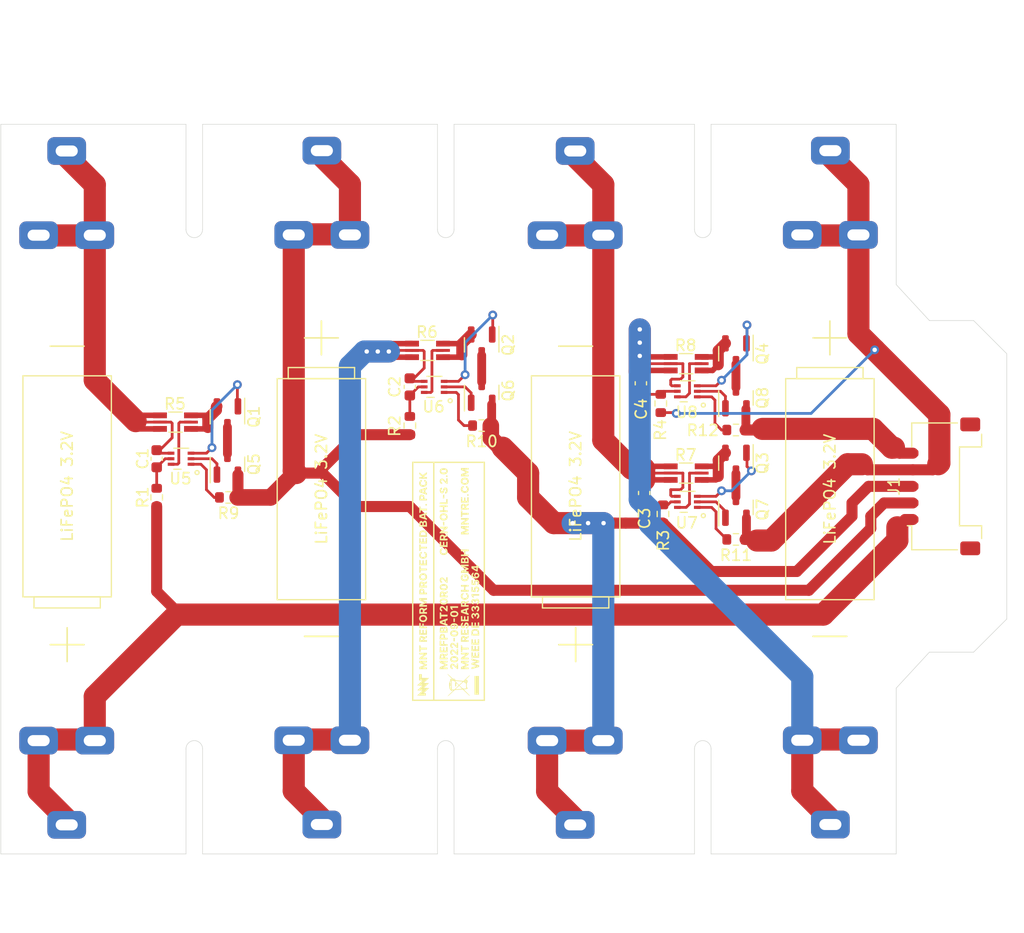
<source format=kicad_pcb>
(kicad_pcb (version 20211014) (generator pcbnew)
  (title_block (title "MNT Reform Protected Battery Pack") (date "2022-09-01") (rev "2R02") (company "MNT Research GmbH") (comment 1 "Engineer: Lukas F. Hartmann") (comment 2 "License: CERN OHL-S 2.0") (comment 3 "https://mntre.com"))
  (layers (0 "F.Cu" signal) (31 "B.Cu" signal) (34 "B.Paste" user) (35 "F.Paste" user) (36 "B.SilkS" user "B.Silkscreen") (37 "F.SilkS" user "F.Silkscreen") (38 "B.Mask" user) (39 "F.Mask" user) (44 "Edge.Cuts" user))
  (net 0 "")
  (net 1 "Net-(C1-Pad1)")
  (net 2 "Net-(C1-Pad2)")
  (net 3 "Net-(C2-Pad1)")
  (net 4 "Net-(C2-Pad2)")
  (net 5 "Net-(C3-Pad1)")
  (net 6 "Net-(C3-Pad2)")
  (net 7 "Net-(C4-Pad1)")
  (net 8 "Net-(C4-Pad2)")
  (net 9 "/V5")
  (net 10 "/V4")
  (net 11 "/V3")
  (net 12 "/V2")
  (net 13 "/V1")
  (net 14 "Net-(Q1-Pad1)")
  (net 15 "Net-(Q1-Pad2)")
  (net 16 "Net-(Q1-Pad3)")
  (net 17 "Net-(Q2-Pad1)")
  (net 18 "Net-(Q2-Pad2)")
  (net 19 "Net-(Q2-Pad3)")
  (net 20 "Net-(Q3-Pad1)")
  (net 21 "Net-(Q3-Pad2)")
  (net 22 "Net-(Q3-Pad3)")
  (net 23 "Net-(Q4-Pad1)")
  (net 24 "Net-(Q4-Pad2)")
  (net 25 "Net-(Q4-Pad3)")
  (net 26 "Net-(Q5-Pad1)")
  (net 27 "Net-(Q6-Pad1)")
  (net 28 "Net-(Q7-Pad1)")
  (net 29 "Net-(Q8-Pad1)")
  (net 30 "Net-(R9-Pad2)")
  (net 31 "Net-(R10-Pad2)")
  (net 32 "Net-(R11-Pad2)")
  (net 33 "Net-(R12-Pad2)")
  (net 34 "Net-(U5-Pad6)")
  (net 35 "Net-(R6-Pad3)")
  (net 36 "Net-(R7-Pad3)")
  (net 37 "Net-(R8-Pad3)")
  (footprint "MountingHole:MountingHole_2.2mm_M2" (layer "F.Cu") (at 120.5 76.25)
    (fp_text reference "H6" hide)
    (fp_text value "MountingHole")
  )
  (footprint "MountingHole:MountingHole_2.2mm_M2" (layer "F.Cu") (at 120.5 111.25)
    (fp_text reference "H8" hide)
    (fp_text value "MountingHole")
  )
  (footprint "footprints:mref-protected-batterypack-badge" (layer "F.Cu") (at 97.5 102.1 90)
    (fp_text reference "H1" hide)
    (fp_text value "Badge" hide)
  )
  (footprint "Capacitor_SMD:C_0603_1608Metric" (layer "F.Cu") (at 71.1 91 -90)
    (fp_text reference "C1")
    (fp_text value "0.1uF")
  )
  (footprint "Package_TO_SOT_SMD:SOT-23" (layer "F.Cu") (at 123.5 95.4 90)
    (fp_text reference "Q7")
    (fp_text value "PMV50ENEAR")
  )
  (footprint "Package_TO_SOT_SMD:SOT-23" (layer "F.Cu") (at 100.5 85 90)
    (fp_text reference "Q6")
    (fp_text value "PMV50ENEAR")
  )
  (footprint "footprints:DFN-R5617_P0.5mm" (layer "F.Cu") (at 119.1 94.9 180)
    (fp_text reference "U7")
    (fp_text value "R5617x")
  )
  (footprint "footprints:DFN-R5617_P0.5mm" (layer "F.Cu") (at 119.1 84.9 180)
    (fp_text reference "U8")
    (fp_text value "R5617x")
  )
  (footprint "Package_TO_SOT_SMD:SOT-23" (layer "F.Cu") (at 123.5 81.5 -90)
    (fp_text reference "Q4")
    (fp_text value "PMV50ENEAR")
  )
  (footprint "Package_TO_SOT_SMD:SOT-23" (layer "F.Cu") (at 77.5 87.2 -90)
    (fp_text reference "Q1")
    (fp_text value "PMV50ENEAR")
  )
  (footprint "Resistor_SMD:R_0603_1608Metric" (layer "F.Cu") (at 94 88 -90)
    (fp_text reference "R2")
    (fp_text value "330")
  )
  (footprint "Package_TO_SOT_SMD:SOT-23" (layer "F.Cu") (at 100.5 80.7 -90)
    (fp_text reference "Q2")
    (fp_text value "PMV50ENEAR")
  )
  (footprint "footprints:DFN-R5617_P0.5mm" (layer "F.Cu") (at 96.2 84.5 180)
    (fp_text reference "U6")
    (fp_text value "R5617x")
  )
  (footprint "footprints:DFN-R5617_P0.5mm" (layer "F.Cu") (at 73.3 91 180)
    (fp_text reference "U5")
    (fp_text value "R5617x")
  )
  (footprint "Resistor_SMD:R_0603_1608Metric" (layer "F.Cu") (at 123.5 98.3 180)
    (fp_text reference "R11")
    (fp_text value "1k")
  )
  (footprint "Resistor_SMD:R_0603_1608Metric" (layer "F.Cu") (at 77.6 94.5 180)
    (fp_text reference "R9")
    (fp_text value "1k")
  )
  (footprint "footprints:Keystone54" (layer "F.Cu") (at 129.5 71.25)
    (fp_text reference "U4" hide)
    (fp_text value "KEYSTONE_54" hide)
  )
  (footprint "Capacitor_SMD:C_0603_1608Metric" (layer "F.Cu") (at 115.2 94.1 -90)
    (fp_text reference "C3")
    (fp_text value "0.1uF")
  )
  (footprint "Package_TO_SOT_SMD:SOT-23" (layer "F.Cu") (at 123.5 85.5 90)
    (fp_text reference "Q8")
    (fp_text value "PMV50ENEAR")
  )
  (footprint "footprints:Keystone54" (layer "F.Cu") (at 83.5 71.25)
    (fp_text reference "U2" hide)
    (fp_text value "KEYSTONE_54" hide)
  )
  (footprint "footprints:R_1206_3216Metric_Kelvin" (layer "F.Cu") (at 72.8 87.6875)
    (fp_text reference "R5" hide)
    (fp_text value "1.25m" hide)
  )
  (footprint "footprints:R_1206_3216Metric_Kelvin" (layer "F.Cu") (at 95.6 81.2)
    (fp_text reference "R6" hide)
    (fp_text value "1.25m" hide)
  )
  (footprint "Package_TO_SOT_SMD:SOT-23" (layer "F.Cu") (at 77.5 91.5 90)
    (fp_text reference "Q5")
    (fp_text value "PMV50ENEAR")
  )
  (footprint "footprints:Keystone54" (layer "F.Cu") (at 65.5 116 180)
    (fp_text reference "U1" hide)
    (fp_text value "KEYSTONE_54" hide)
  )
  (footprint "Resistor_SMD:R_0603_1608Metric" (layer "F.Cu") (at 71.1 94.5 -90)
    (fp_text reference "R1")
    (fp_text value "330")
  )
  (footprint "footprints:Keystone54" (layer "F.Cu") (at 111.5 116 180)
    (fp_text reference "U3" hide)
    (fp_text value "KEYSTONE_54" hide)
  )
  (footprint "MountingHole:MountingHole_2.2mm_M2" (layer "F.Cu") (at 74.5 111.25)
    (fp_text reference "H7" hide)
    (fp_text value "MountingHole")
  )
  (footprint "Resistor_SMD:R_0603_1608Metric" (layer "F.Cu") (at 100.5 88 180)
    (fp_text reference "R10")
    (fp_text value "1k")
  )
  (footprint "Connector_Molex:Molex_Pico-Lock_504050-0591_1x05-1MP_P1.50mm_Horizontal" (layer "F.Cu") (at 142.3 93.5 90)
    (fp_text reference "J1")
    (fp_text value "Conn_01x05_Female")
  )
  (footprint "Resistor_SMD:R_0603_1608Metric" (layer "F.Cu") (at 123.5 88.4 180)
    (fp_text reference "R12")
    (fp_text value "1k")
  )
  (footprint "Resistor_SMD:R_0603_1608Metric" (layer "F.Cu") (at 116.7 86 -90)
    (fp_text reference "R4")
    (fp_text value "330")
  )
  (footprint "Resistor_SMD:R_0603_1608Metric" (layer "F.Cu") (at 116.9 96 -90)
    (fp_text reference "R3")
    (fp_text value "330")
  )
  (footprint "Capacitor_SMD:C_0603_1608Metric" (layer "F.Cu") (at 114.9 84.175 -90)
    (fp_text reference "C4")
    (fp_text value "0.1uF")
  )
  (footprint "footprints:R_1206_3216Metric_Kelvin" (layer "F.Cu") (at 119 82.4)
    (fp_text reference "R8" hide)
    (fp_text value "1.25m" hide)
  )
  (footprint "MountingHole:MountingHole_2.2mm_M2" (layer "F.Cu") (at 74.5 76.25)
    (fp_text reference "H5" hide)
    (fp_text value "MountingHole")
  )
  (footprint "footprints:R_1206_3216Metric_Kelvin" (layer "F.Cu") (at 119 92.3)
    (fp_text reference "R7" hide)
    (fp_text value "1.25m" hide)
  )
  (footprint "Capacitor_SMD:C_0603_1608Metric" (layer "F.Cu") (at 94 84.5 -90)
    (fp_text reference "C2")
    (fp_text value "0.1uF")
  )
  (footprint "Package_TO_SOT_SMD:SOT-23" (layer "F.Cu") (at 123.5 91.4 -90)
    (fp_text reference "Q3")
    (fp_text value "PMV50ENEAR")
  )
  (gr_line (start 138 126.75) (end 138 111.75) (layer "Edge.Cuts") (width 0.05))
  (gr_line (start 98 60.75) (end 119.75 60.75) (layer "Edge.Cuts") (width 0.05))
  (gr_line (start 96.5 60.75) (end 96.5 70.25) (layer "Edge.Cuts") (width 0.05))
  (gr_line (start 98 70.25) (end 98 60.75) (layer "Edge.Cuts") (width 0.05))
  (gr_line (start 119.75 60.75) (end 119.75 70.25) (layer "Edge.Cuts") (width 0.05))
  (gr_line (start 75.25 70.25) (end 75.25 60.75) (layer "Edge.Cuts") (width 0.05))
  (gr_line (start 73.75 126.75) (end 57 126.75) (layer "Edge.Cuts") (width 0.05))
  (gr_line (start 73.75 117.25) (end 73.75 126.75) (layer "Edge.Cuts") (width 0.05))
  (gr_line (start 145 78.5) (end 148 81.5) (layer "Edge.Cuts") (width 0.05))
  (gr_line (start 75.25 126.75) (end 75.25 117.25) (layer "Edge.Cuts") (width 0.05))
  (gr_line (start 57 60.75) (end 73.75 60.75) (layer "Edge.Cuts") (width 0.05))
  (gr_line (start 119.75 126.75) (end 98 126.75) (layer "Edge.Cuts") (width 0.05))
  (gr_line (start 75.25 60.75) (end 96.5 60.75) (layer "Edge.Cuts") (width 0.05))
  (gr_line (start 138 75.25) (end 141 78.5) (layer "Edge.Cuts") (width 0.05))
  (gr_line (start 138 75.25) (end 138 60.75) (layer "Edge.Cuts") (width 0.05))
  (gr_line (start 138 126.75) (end 121.25 126.75) (layer "Edge.Cuts") (width 0.05))
  (gr_arc (start 119.75 117.25) (mid 120.5 116.5) (end 121.25 117.25) (layer "Edge.Cuts") (width 0.05))
  (gr_line (start 98 126.75) (end 98 117.25) (layer "Edge.Cuts") (width 0.05))
  (gr_line (start 121.25 126.75) (end 121.25 117.25) (layer "Edge.Cuts") (width 0.05))
  (gr_line (start 121.25 70.25) (end 121.25 60.75) (layer "Edge.Cuts") (width 0.05))
  (gr_line (start 96.5 117.25) (end 96.5 126.75) (layer "Edge.Cuts") (width 0.05))
  (gr_line (start 119.75 117.25) (end 119.75 126.75) (layer "Edge.Cuts") (width 0.05))
  (gr_line (start 141 78.5) (end 145 78.5) (layer "Edge.Cuts") (width 0.05))
  (gr_arc (start 73.75 117.25) (mid 74.5 116.5) (end 75.25 117.25) (layer "Edge.Cuts") (width 0.05))
  (gr_arc (start 121.25 70.25) (mid 120.5 71) (end 119.75 70.25) (layer "Edge.Cuts") (width 0.05))
  (gr_arc (start 98 70.25) (mid 97.25 71) (end 96.5 70.25) (layer "Edge.Cuts") (width 0.05))
  (gr_line (start 57 126.75) (end 57 60.75) (layer "Edge.Cuts") (width 0.05))
  (gr_line (start 73.75 60.75) (end 73.75 70.25) (layer "Edge.Cuts") (width 0.05))
  (gr_line (start 148 105.5) (end 145 108.5) (layer "Edge.Cuts") (width 0.05))
  (gr_line (start 148 81.5) (end 148 105.5) (layer "Edge.Cuts") (width 0.05))
  (gr_line (start 96.5 126.75) (end 75.25 126.75) (layer "Edge.Cuts") (width 0.05))
  (gr_line (start 145 108.5) (end 141 108.5) (layer "Edge.Cuts") (width 0.05))
  (gr_arc (start 75.25 70.25) (mid 74.5 71) (end 73.75 70.25) (layer "Edge.Cuts") (width 0.05))
  (gr_arc (start 96.5 117.25) (mid 97.25 116.5) (end 98 117.25) (layer "Edge.Cuts") (width 0.05))
  (gr_line (start 141 108.5) (end 138 111.75) (layer "Edge.Cuts") (width 0.05))
  (gr_line (start 121.25 60.75) (end 138 60.75) (layer "Edge.Cuts") (width 0.05))
  (segment (start 71.4 88.3) (end 69.0125 88.3) (width 0.5) (layer "F.Cu") (net 1))
  (segment (start 72.3875 87.6875) (end 71.4 87.6875) (width 0.25) (layer "F.Cu") (net 1))
  (segment (start 69.0125 88.3) (end 68.3 87.5875) (width 0.5) (layer "F.Cu") (net 1))
  (segment (start 65.5 66.2) (end 65.5 70.8) (width 2) (layer "F.Cu") (net 1))
  (segment (start 68.8125 87.075) (end 68.3 87.5875) (width 0.5) (layer "F.Cu") (net 1))
  (segment (start 69.2875 87.6875) (end 69.2 87.6) (width 0.25) (layer "F.Cu") (net 1))
  (segment (start 72.5 89.1) (end 72.5 87.8) (width 0.25) (layer "F.Cu") (net 1))
  (segment (start 71.4 87.075) (end 68.8125 87.075) (width 0.5) (layer "F.Cu") (net 1))
  (segment (start 71.1 90.225) (end 71.375 90.225) (width 0.25) (layer "F.Cu") (net 1))
  (segment (start 65.5 83.9) (end 69.2 87.6) (width 2) (layer "F.Cu") (net 1))
  (segment (start 71.4 87.6875) (end 69.2875 87.6875) (width 0.25) (layer "F.Cu") (net 1))
  (segment (start 71.375 90.225) (end 72.5 89.1) (width 0.25) (layer "F.Cu") (net 1))
  (segment (start 72.5 87.8) (end 72.3875 87.6875) (width 0.25) (layer "F.Cu") (net 1))
  (segment (start 62.96 63.66) (end 65.5 66.2) (width 2) (layer "F.Cu") (net 1))
  (segment (start 72.4 90.5) (end 71.375 90.5) (width 0.25) (layer "F.Cu") (net 1))
  (segment (start 71.2 90.125) (end 71.1 90.225) (width 0.5) (layer "F.Cu") (net 1))
  (segment (start 65.5 70.78) (end 65.5 83.9) (width 2) (layer "F.Cu") (net 1))
  (segment (start 65.5 70.8) (end 60.9 70.8) (width 2) (layer "F.Cu") (net 1))
  (segment (start 71.375 90.5) (end 71.1 90.225) (width 0.25) (layer "F.Cu") (net 1))
  (segment (start 71.875 91) (end 71.1 91.775) (width 0.25) (layer "F.Cu") (net 2))
  (segment (start 71.1 93.675) (end 71.1 91.775) (width 0.25) (layer "F.Cu") (net 2))
  (segment (start 72.4 91) (end 71.875 91) (width 0.25) (layer "F.Cu") (net 2))
  (segment (start 92.6125 81.8125) (end 92.1 81.3) (width 0.5) (layer "F.Cu") (net 3))
  (segment (start 95.2 81.2) (end 94.2 81.2) (width 0.25) (layer "F.Cu") (net 3))
  (segment (start 94.2 80.5875) (end 92.1125 80.5875) (width 0.5) (layer "F.Cu") (net 3))
  (segment (start 83.5 121.05) (end 83.5 116.4) (width 2) (layer "F.Cu") (net 3))
  (segment (start 94.375 83.725) (end 95.3 82.8) (width 0.25) (layer "F.Cu") (net 3))
  (segment (start 92.1 80.6) (end 92.1 81.3) (width 0.5) (layer "F.Cu") (net 3))
  (segment (start 94.2 81.8125) (end 92.6125 81.8125) (width 0.5) (layer "F.Cu") (net 3))
  (segment (start 90.1 81.3) (end 92.1 81.3) (width 2) (layer "F.Cu") (net 3))
  (segment (start 95.3 81.3) (end 95.2 81.2) (width 0.25) (layer "F.Cu") (net 3))
  (segment (start 95.3 82.8) (end 95.3 81.3) (width 0.25) (layer "F.Cu") (net 3))
  (segment (start 94.275 84) (end 94 83.725) (width 0.25) (layer "F.Cu") (net 3))
  (segment (start 94 83.725) (end 94.375 83.725) (width 0.25) (layer "F.Cu") (net 3))
  (segment (start 86.04 123.59) (end 83.5 121.05) (width 2) (layer "F.Cu") (net 3))
  (segment (start 83.5 116.4) (end 88.15 116.4) (width 2) (layer "F.Cu") (net 3))
  (segment (start 92.2 81.2) (end 92.1 81.3) (width 0.25) (layer "F.Cu") (net 3))
  (segment (start 95.3 84) (end 94.275 84) (width 0.25) (layer "F.Cu") (net 3))
  (segment (start 92.1125 80.5875) (end 92.1 80.6) (width 0.5) (layer "F.Cu") (net 3))
  (segment (start 94.2 81.2) (end 92.2 81.2) (width 0.25) (layer "F.Cu") (net 3))
  (via (at 91.1 81.3) (size 0.8) (drill 0.4) (layers "F.Cu" "B.Cu") (net 3))
  (via (at 90.1 81.3) (size 0.8) (drill 0.4) (layers "F.Cu" "B.Cu") (net 3))
  (via (at 92.1 81.3) (size 0.8) (drill 0.4) (layers "F.Cu" "B.Cu") (net 3))
  (segment (start 88.58 82.62) (end 89.9 81.3) (width 2) (layer "B.Cu") (net 3))
  (segment (start 89.9 81.3) (end 92.1 81.3) (width 2) (layer "B.Cu") (net 3))
  (segment (start 88.58 116.47) (end 88.58 82.62) (width 2) (layer "B.Cu") (net 3))
  (segment (start 94.775 84.5) (end 94 85.275) (width 0.25) (layer "F.Cu") (net 4))
  (segment (start 95.3 84.5) (end 94.775 84.5) (width 0.25) (layer "F.Cu") (net 4))
  (segment (start 94 85.275) (end 94 87.175) (width 0.25) (layer "F.Cu") (net 4))
  (segment (start 117.6 94.3) (end 117.6 93.8) (width 0.25) (layer "F.Cu") (net 5))
  (segment (start 115.2 91.9) (end 115.2 92.92548) (width 2) (layer "F.Cu") (net 5))
  (segment (start 118.2 94.4) (end 117.7 94.4) (width 0.25) (layer "F.Cu") (net 5))
  (segment (start 111.5 70.78) (end 111.5 89.325) (width 2) (layer "F.Cu") (net 5))
  (segment (start 111.5 70.8) (end 111.5 66.2) (width 2) (layer "F.Cu") (net 5))
  (segment (start 118.5 93.8) (end 118.7 93.6) (width 0.25) (layer "F.Cu") (net 5))
  (segment (start 115.21298 92.9125) (end 115.2 92.92548) (width 0.5) (layer "F.Cu") (net 5))
  (segment (start 118.7 92.3) (end 117.6 92.3) (width 0.25) (layer "F.Cu") (net 5))
  (segment (start 117.6 93.8) (end 118.5 93.8) (width 0.25) (layer "F.Cu") (net 5))
  (segment (start 106.9 70.8) (end 111.5 70.8) (width 2) (layer "F.Cu") (net 5))
  (segment (start 111.5 89.325) (end 114.075 91.9) (width 2) (layer "F.Cu") (net 5))
  (segment (start 117.6 91.6875) (end 115.4125 91.6875) (width 0.5) (layer "F.Cu") (net 5))
  (segment (start 115.6 92.3) (end 115.2 91.9) (width 0.25) (layer "F.Cu") (net 5))
  (segment (start 118.7 93.6) (end 118.7 92.3) (width 0.25) (layer "F.Cu") (net 5))
  (segment (start 117.7 94.4) (end 117.6 94.3) (width 0.25) (layer "F.Cu") (net 5))
  (segment (start 111.5 66.2) (end 108.96 63.66) (width 2) (layer "F.Cu") (net 5))
  (segment (start 117.6 92.9125) (end 115.21298 92.9125) (width 0.5) (layer "F.Cu") (net 5))
  (segment (start 117.6 92.3) (end 115.6 92.3) (width 0.25) (layer "F.Cu") (net 5))
  (segment (start 114.075 91.9) (end 115.2 91.9) (width 2) (layer "F.Cu") (net 5))
  (segment (start 115.4125 91.6875) (end 115.2 91.9) (width 0.5) (layer "F.Cu") (net 5))
  (segment (start 117.610978 94.9) (end 117.335978 95.175) (width 0.25) (layer "F.Cu") (net 6))
  (segment (start 117.335978 95.175) (end 116.9 95.175) (width 0.25) (layer "F.Cu") (net 6))
  (segment (start 115.5 95.175) (end 115.2 94.875) (width 0.25) (layer "F.Cu") (net 6))
  (segment (start 116.9 95.175) (end 115.5 95.175) (width 0.25) (layer "F.Cu") (net 6))
  (segment (start 118.2 94.9) (end 117.610978 94.9) (width 0.25) (layer "F.Cu") (net 6))
  (segment (start 114.8 81.7) (end 114.8 83.1) (width 2) (layer "F.Cu") (net 7))
  (segment (start 114.8 83.4) (end 115.1875 83.0125) (width 0.5) (layer "F.Cu") (net 7))
  (segment (start 117.7 83.8) (end 118.5 83.8) (width 0.25) (layer "F.Cu") (net 7))
  (segment (start 118.5 83.8) (end 118.7 83.6) (width 0.25) (layer "F.Cu") (net 7))
  (segment (start 117.6 82.4) (end 115.7 82.4) (width 0.25) (layer "F.Cu") (net 7))
  (segment (start 117.7 84.4) (end 117.6 84.3) (width 0.25) (layer "F.Cu") (net 7))
  (segment (start 115.1875 83.0125) (end 117.6 83.0125) (width 0.5) (layer "F.Cu") (net 7))
  (segment (start 129.5 121.05) (end 129.5 116.4) (width 2) (layer "F.Cu") (net 7))
  (segment (start 114.8 83.1) (end 114.80048 83.10048) (width 2) (layer "F.Cu") (net 7))
  (segment (start 115.7 82.4) (end 114.8 81.5) (width 0.25) (layer "F.Cu") (net 7))
  (segment (start 132.04 123.59) (end 129.5 121.05) (width 2) (layer "F.Cu") (net 7))
  (segment (start 117.6 81.7875) (end 115.0875 81.7875) (width 0.5) (layer "F.Cu") (net 7))
  (segment (start 118.7 83.6) (end 118.7 82.4) (width 0.25) (layer "F.Cu") (net 7))
  (segment (start 117.6 83.9) (end 117.7 83.8) (width 0.25) (layer "F.Cu") (net 7))
  (segment (start 118.2 84.4) (end 117.7 84.4) (width 0.25) (layer "F.Cu") (net 7))
  (segment (start 129.5 116.4) (end 134.15 116.4) (width 2) (layer "F.Cu") (net 7))
  (segment (start 117.6 84.3) (end 117.6 83.9) (width 0.25) (layer "F.Cu") (net 7))
  (segment (start 118.7 82.4) (end 117.6 82.4) (width 0.25) (layer "F.Cu") (net 7))
  (segment (start 115.0875 81.7875) (end 114.8 81.5) (width 0.5) (layer "F.Cu") (net 7))
  (segment (start 114.8 79.3) (end 114.8 81.5) (width 2) (layer "F.Cu") (net 7))
  (via (at 114.8 81.7) (size 0.8) (drill 0.4) (layers "F.Cu" "B.Cu") (net 7))
  (via (at 114.8 80.5) (size 0.8) (drill 0.4) (layers "F.Cu" "B.Cu") (net 7))
  (via (at 114.8 79.3) (size 0.8) (drill 0.4) (layers "F.Cu" "B.Cu") (net 7))
  (segment (start 129.5 110.7) (end 129.5 116.47) (width 2) (layer "B.Cu") (net 7))
  (segment (start 115.7 96.9) (end 129.5 110.7) (width 2) (layer "B.Cu") (net 7))
  (segment (start 114.8 79.3) (end 114.8 94.7) (width 2) (layer "B.Cu") (net 7))
  (segment (start 114.8 94.7) (end 115.7 95.6) (width 2) (layer "B.Cu") (net 7))
  (segment (start 115.7 95.6) (end 115.7 96.9) (width 2) (layer "B.Cu") (net 7))
  (segment (start 116.7 85.175) (end 115.325 85.175) (width 0.25) (layer "F.Cu") (net 8))
  (segment (start 115.325 85.175) (end 114.9 84.75) (width 0.25) (layer "F.Cu") (net 8))
  (segment (start 116.975 84.9) (end 116.7 85.175) (width 0.25) (layer "F.Cu") (net 8))
  (segment (start 118.2 84.9) (end 116.975 84.9) (width 0.25) (layer "F.Cu") (net 8))
  (segment (start 60.42 116.5) (end 60.52 116.4) (width 2) (layer "F.Cu") (net 9))
  (segment (start 131.4 105.1) (end 72.9 105.1) (width 2) (layer "F.Cu") (net 9))
  (segment (start 73.1 105) (end 71.1 103) (width 1) (layer "F.Cu") (net 9))
  (segment (start 71.1 103) (end 71.1 95.325) (width 1) (layer "F.Cu") (net 9))
  (segment (start 138.1 97.2) (end 138.8 96.5) (width 1) (layer "F.Cu") (net 9))
  (segment (start 72.9 105.1) (end 65.5 112.5) (width 2) (layer "F.Cu") (net 9))
  (segment (start 138.1 98.4) (end 131.4 105.1) (width 2) (layer "F.Cu") (net 9))
  (segment (start 65.5 112.5) (end 65.5 116.5) (width 2) (layer "F.Cu") (net 9))
  (segment (start 60.52 116.4) (end 65.1 116.4) (width 2) (layer "F.Cu") (net 9))
  (segment (start 62.96 123.62) (end 60.42 121.08) (width 2) (layer "F.Cu") (net 9))
  (segment (start 138.1 97.2) (end 138.1 98.4) (width 2) (layer "F.Cu") (net 9))
  (segment (start 138.8 96.5) (end 139.505 96.5) (width 1) (layer "F.Cu") (net 9))
  (segment (start 60.42 121.08) (end 60.42 116.5) (width 2) (layer "F.Cu") (net 9))
  (segment (start 135.7 96.2) (end 135.7 97.3) (width 1) (layer "F.Cu") (net 10))
  (segment (start 83.5 92.1) (end 83.5 70.75) (width 2) (layer "F.Cu") (net 10))
  (segment (start 86.1 92.3) (end 89.125 95.325) (width 1) (layer "F.Cu") (net 10))
  (segment (start 139.505 95) (end 136.9 95) (width 1) (layer "F.Cu") (net 10))
  (segment (start 89.125 95.325) (end 94 95.325) (width 1) (layer "F.Cu") (net 10))
  (segment (start 130.1 102.9) (end 101.575 102.9) (width 1) (layer "F.Cu") (net 10))
  (segment (start 89.125 88.825) (end 94 88.825) (width 1) (layer "F.Cu") (net 10))
  (segment (start 86.1 92.3) (end 86.1 91.85) (width 1) (layer "F.Cu") (net 10))
  (segment (start 88.58 70.7) (end 84.05 70.7) (width 2) (layer "F.Cu") (net 10))
  (segment (start 86.1 91.85) (end 89.125 88.825) (width 1) (layer "F.Cu") (net 10))
  (segment (start 88.58 66.17) (end 88.58 70.7) (width 2) (layer "F.Cu") (net 10))
  (segment (start 83.5 92.4) (end 81.4 94.5) (width 1.5) (layer "F.Cu") (net 10))
  (segment (start 84.05 70.7) (end 83.5 71.25) (width 2) (layer "F.Cu") (net 10))
  (segment (start 136.9 95) (end 135.7 96.2) (width 1) (layer "F.Cu") (net 10))
  (segment (start 81.4 94.5) (end 78.425 94.5) (width 1.5) (layer "F.Cu") (net 10))
  (segment (start 135.7 97.3) (end 130.1 102.9) (width 1) (layer "F.Cu") (net 10))
  (segment (start 86.04 63.63) (end 88.58 66.17) (width 2) (layer "F.Cu") (net 10))
  (segment (start 78.45 92.4375) (end 78.45 94.475) (width 1) (layer "F.Cu") (net 10))
  (segment (start 101.575 102.9) (end 94 95.325) (width 1) (layer "F.Cu") (net 10))
  (segment (start 83.7 92.3) (end 83.5 92.1) (width 2) (layer "F.Cu") (net 10))
  (segment (start 83.7 92.3) (end 86.1 92.3) (width 1) (layer "F.Cu") (net 10))
  (segment (start 104.7 94.5) (end 104.7 92.3) (width 2) (layer "F.Cu") (net 11))
  (segment (start 111.525 96.825) (end 107.025 96.825) (width 2) (layer "F.Cu") (net 11))
  (segment (start 107.025 96.825) (end 104.7 94.5) (width 2) (layer "F.Cu") (net 11))
  (segment (start 101.5 87.825) (end 101.4 87.725) (width 0.8) (layer "F.Cu") (net 11))
  (segment (start 101.325 88) (end 101.5 87.825) (width 0.5) (layer "F.Cu") (net 11))
  (segment (start 113.525 96.825) (end 112.525 96.825) (width 1) (layer "F.Cu") (net 11))
  (segment (start 139.505 93.5) (end 135.5 93.5) (width 1) (layer "F.Cu") (net 11))
  (segment (start 134 96.2) (end 129 101.2) (width 1) (layer "F.Cu") (net 11))
  (segment (start 108.96 123.62) (end 106.42 121.08) (width 2) (layer "F.Cu") (net 11))
  (segment (start 116.9 96.825) (end 113.525 96.825) (width 1) (layer "F.Cu") (net 11))
  (segment (start 102.4 89.9) (end 102.1 89.9) (width 1.5) (layer "F.Cu") (net 11))
  (segment (start 129 101.2) (end 121.275 101.2) (width 1) (layer "F.Cu") (net 11))
  (segment (start 101.4 87.725) (end 101.4 86.0875) (width 0.8) (layer "F.Cu") (net 11))
  (segment (start 102.1 89.9) (end 101.325 89.125) (width 1.5) (layer "F.Cu") (net 11))
  (segment (start 101.325 89.125) (end 101.325 88) (width 1.5) (layer "F.Cu") (net 11))
  (segment (start 104.7 92.3) (end 102.4 90) (width 2) (layer "F.Cu") (net 11))
  (segment (start 112.525 96.825) (end 111.525 96.825) (width 1) (layer "F.Cu") (net 11))
  (segment (start 134 95) (end 134 96.2) (width 1) (layer "F.Cu") (net 11))
  (segment (start 121.275 101.2) (end 116.9 96.825) (width 1) (layer "F.Cu") (net 11))
  (segment (start 106.42 121.08) (end 106.42 116.5) (width 2) (layer "F.Cu") (net 11))
  (segment (start 106.42 116.5) (end 111 116.5) (width 2) (layer "F.Cu") (net 11))
  (segment (start 135.5 93.5) (end 134 95) (width 1) (layer "F.Cu") (net 11))
  (via (at 108.725 96.825) (size 0.8) (drill 0.4) (layers "F.Cu" "B.Cu") (net 11))
  (via (at 110.125 96.825) (size 0.8) (drill 0.4) (layers "F.Cu" "B.Cu") (net 11))
  (via (at 111.525 96.825) (size 0.8) (drill 0.4) (layers "F.Cu" "B.Cu") (net 11))
  (segment (start 111.5 116.5) (end 111.5 96.85) (width 2) (layer "B.Cu") (net 11))
  (segment (start 111.525 96.825) (end 108.725 96.825) (width 2) (layer "B.Cu") (net 11))
  (segment (start 111.5 96.85) (end 111.525 96.825) (width 1) (layer "B.Cu") (net 11))
  (segment (start 125.3 98.3) (end 124.325 98.3) (width 1) (layer "F.Cu") (net 12))
  (segment (start 141.9 91.4) (end 141.9 87) (width 2) (layer "F.Cu") (net 12))
  (segment (start 124.45 96.3375) (end 124.45 98.175) (width 0.8) (layer "F.Cu") (net 12))
  (segment (start 134.58 79.68) (end 136.05 81.15) (width 2) (layer "F.Cu") (net 12))
  (segment (start 118.025 86.825) (end 118.1 86.9) (width 0.25) (layer "F.Cu") (net 12))
  (segment (start 135.4 92) (end 139.505 92) (width 1) (layer "F.Cu") (net 12))
  (segment (start 134.9 91.5) (end 133.6 91.5) (width 2) (layer "F.Cu") (net 12))
  (segment (start 129.95 70.8) (end 134.58 70.8) (width 2) (layer "F.Cu") (net 12))
  (segment (start 141.8 91.5) (end 141.9 91.4) (width 2) (layer "F.Cu") (net 12))
  (segment (start 141.3 92) (end 139.505 92) (width 1) (layer "F.Cu") (net 12))
  (segment (start 134.58 66.17) (end 132.04 63.63) (width 2) (layer "F.Cu") (net 12))
  (segment (start 124.45 98.175) (end 124.325 98.3) (width 0.5) (layer "F.Cu") (net 12))
  (segment (start 126.7 98.4) (end 125.4 98.4) (width 2) (layer "F.Cu") (net 12))
  (segment (start 133.6 91.5) (end 126.7 98.4) (width 2) (layer "F.Cu") (net 12))
  (segment (start 116.7 86.825) (end 118.025 86.825) (width 0.25) (layer "F.Cu") (net 12))
  (segment (start 134.58 70.75) (end 134.58 79.68) (width 2) (layer "F.Cu") (net 12))
  (segment (start 134.9 91.5) (end 135.4 92) (width 1) (layer "F.Cu") (net 12))
  (segment (start 134.58 70.8) (end 134.58 66.17) (width 2) (layer "F.Cu") (net 12))
  (segment (start 125.4 98.4) (end 125.3 98.3) (width 1) (layer "F.Cu") (net 12))
  (segment (start 141.8 91.5) (end 141.3 92) (width 1) (layer "F.Cu") (net 12))
  (segment (start 141.9 87) (end 136.05 81.15) (width 2) (layer "F.Cu") (net 12))
  (via (at 136.05 81.15) (size 0.8) (drill 0.4) (layers "F.Cu" "B.Cu") (net 12))
  (via (at 118.1 86.9) (size 0.8) (drill 0.4) (layers "F.Cu" "B.Cu") (net 12))
  (segment (start 130.3 86.9) (end 136.05 81.15) (width 0.25) (layer "B.Cu") (net 12))
  (segment (start 118.1 86.9) (end 130.3 86.9) (width 0.25) (layer "B.Cu") (net 12))
  (segment (start 124.4 86.5) (end 124.45 86.45) (width 0.5) (layer "F.Cu") (net 13))
  (segment (start 138.3 90.5) (end 137.8 90) (width 1) (layer "F.Cu") (net 13))
  (segment (start 137.8 90) (end 137.6 90) (width 2) (layer "F.Cu") (net 13))
  (segment (start 139.505 90.5) (end 138.3 90.5) (width 1) (layer "F.Cu") (net 13))
  (segment (start 124.4 86.5) (end 124.4 88.125) (width 0.8) (layer "F.Cu") (net 13))
  (segment (start 137.6 90) (end 135.9 88.3) (width 2) (layer "F.Cu") (net 13))
  (segment (start 124.45 86.45) (end 124.45 86.4375) (width 0.5) (layer "F.Cu") (net 13))
  (segment (start 135.9 88.3) (end 125.9 88.3) (width 2) (layer "F.Cu") (net 13))
  (segment (start 124.325 88.4) (end 125.9 88.4) (width 1) (layer "F.Cu") (net 13))
  (segment (start 124.325 88.4) (end 124.5 88.225) (width 0.5) (layer "F.Cu") (net 13))
  (segment (start 124.4 88.125) (end 124.5 88.225) (width 0.8) (layer "F.Cu") (net 13))
  (segment (start 78.4 86.2125) (end 78.45 86.2625) (width 0.25) (layer "F.Cu") (net 14))
  (segment (start 75.6 90.5) (end 76.1 90) (width 0.25) (layer "F.Cu") (net 14))
  (segment (start 78.4 84.3) (end 78.4 86.2125) (width 0.25) (layer "F.Cu") (net 14))
  (segment (start 74.2 90.5) (end 75.6 90.5) (width 0.25) (layer "F.Cu") (net 14))
  (via (at 76.1 90) (size 0.8) (drill 0.4) (layers "F.Cu" "B.Cu") (net 14))
  (via (at 78.4 84.3) (size 0.8) (drill 0.4) (layers "F.Cu" "B.Cu") (net 14))
  (segment (start 78.4 84.3) (end 76.1 86.6) (width 0.25) (layer "B.Cu") (net 14))
  (segment (start 76.1 86.6) (end 76.1 90) (width 0.25) (layer "B.Cu") (net 14))
  (segment (start 75.6 88.3) (end 74.2 88.3) (width 0.5) (layer "F.Cu") (net 15))
  (segment (start 76.5 86.3125) (end 76.55 86.2625) (width 1) (layer "F.Cu") (net 15))
  (segment (start 76.5 86.6) (end 75.725 87.375) (width 1) (layer "F.Cu") (net 15))
  (segment (start 75.725 87.375) (end 75.725 88.175) (width 1) (layer "F.Cu") (net 15))
  (segment (start 76.5 86.6) (end 76.025 87.075) (width 0.5) (layer "F.Cu") (net 15))
  (segment (start 76.5 86.6) (end 76.5 86.3125) (width 1) (layer "F.Cu") (net 15))
  (segment (start 75.725 88.175) (end 75.6 88.3) (width 0.5) (layer "F.Cu") (net 15))
  (segment (start 76.025 87.075) (end 74.2 87.075) (width 0.5) (layer "F.Cu") (net 15))
  (segment (start 77.5 88.1375) (end 77.5 90.5625) (width 0.8) (layer "F.Cu") (net 16))
  (segment (start 101.5 79.7125) (end 101.45 79.7625) (width 0.25) (layer "F.Cu") (net 17))
  (segment (start 97.1 84) (end 98.4 84) (width 0.25) (layer "F.Cu") (net 17))
  (segment (start 101.5 78) (end 101.5 79.7125) (width 0.25) (layer "F.Cu") (net 17))
  (segment (start 98.4 84) (end 99 83.4) (width 0.25) (layer "F.Cu") (net 17))
  (via (at 99 83.4) (size 0.8) (drill 0.4) (layers "F.Cu" "B.Cu") (net 17))
  (via (at 101.5 78) (size 0.8) (drill 0.4) (layers "F.Cu" "B.Cu") (net 17))
  (segment (start 99 80.5) (end 101.5 78) (width 0.25) (layer "B.Cu") (net 17))
  (segment (start 99 83.4) (end 99 80.5) (width 0.25) (layer "B.Cu") (net 17))
  (segment (start 98.7 81.6) (end 98.7 80.6125) (width 1) (layer "F.Cu") (net 18))
  (segment (start 97 81.8125) (end 98.4875 81.8125) (width 0.5) (layer "F.Cu") (net 18))
  (segment (start 98.7 80.6125) (end 99.55 79.7625) (width 1) (layer "F.Cu") (net 18))
  (segment (start 97 80.5875) (end 98.7125 80.5875) (width 0.5) (layer "F.Cu") (net 18))
  (segment (start 100.5 81.6375) (end 100.5 84.0625) (width 0.8) (layer "F.Cu") (net 19))
  (segment (start 121.7 94.4) (end 122.2 93.9) (width 0.25) (layer "F.Cu") (net 20))
  (segment (start 124.9 92.1) (end 124.5 91.7) (width 0.25) (layer "F.Cu") (net 20))
  (segment (start 124.5 91.7) (end 124.5 90.5125) (width 0.25) (layer "F.Cu") (net 20))
  (segment (start 124.5 90.5125) (end 124.45 90.4625) (width 0.25) (layer "F.Cu") (net 20))
  (segment (start 120 94.4) (end 121.7 94.4) (width 0.25) (layer "F.Cu") (net 20))
  (via (at 122.2 93.9) (size 0.8) (drill 0.4) (layers "F.Cu" "B.Cu") (net 20))
  (via (at 124.9 92.1) (size 0.8) (drill 0.4) (layers "F.Cu" "B.Cu") (net 20))
  (segment (start 122.2 93.9) (end 123.1 93.9) (width 0.25) (layer "B.Cu") (net 20))
  (segment (start 123.1 93.9) (end 124.9 92.1) (width 0.25) (layer "B.Cu") (net 20))
  (segment (start 121.9 91.1125) (end 121.9 92.6) (width 1) (layer "F.Cu") (net 21))
  (segment (start 120.4 92.9125) (end 121.6875 92.9125) (width 0.5) (layer "F.Cu") (net 21))
  (segment (start 121.6875 92.9125) (end 121.9 92.7) (width 0.5) (layer "F.Cu") (net 21))
  (segment (start 122.55 90.4625) (end 121.9 91.1125) (width 1) (layer "F.Cu") (net 21))
  (segment (start 121.9 92.6) (end 121.9 92) (width 0.5) (layer "F.Cu") (net 21))
  (segment (start 122.55 90.4625) (end 122.55 90.75) (width 0.5) (layer "F.Cu") (net 21))
  (segment (start 121.9 92) (end 121.5875 91.6875) (width 0.5) (layer "F.Cu") (net 21))
  (segment (start 121.9 92.7) (end 121.9 92.6) (width 0.5) (layer "F.Cu") (net 21))
  (segment (start 121.5875 91.6875) (end 120.4 91.6875) (width 0.5) (layer "F.Cu") (net 21))
  (segment (start 123.5 92.3375) (end 123.5 94.4625) (width 0.8) (layer "F.Cu") (net 22))
  (segment (start 120 84.4) (end 121.7 84.4) (width 0.25) (layer "F.Cu") (net 23))
  (segment (start 121.7 84.4) (end 122.2 83.9) (width 0.25) (layer "F.Cu") (net 23))
  (segment (start 124.5 78.9) (end 124.5 80.5125) (width 0.25) (layer "F.Cu") (net 23))
  (segment (start 124.5 80.5125) (end 124.45 80.5625) (width 0.25) (layer "F.Cu") (net 23))
  (via (at 124.5 78.9) (size 0.8) (drill 0.4) (layers "F.Cu" "B.Cu") (net 23))
  (via (at 122.2 83.9) (size 0.8) (drill 0.4) (layers "F.Cu" "B.Cu") (net 23))
  (segment (start 124.5 81.6) (end 124.5 78.9) (width 0.25) (layer "B.Cu") (net 23))
  (segment (start 122.2 83.9) (end 124.5 81.6) (width 0.25) (layer "B.Cu") (net 23))
  (segment (start 121.3875 83.0125) (end 120.4 83.0125) (width 0.5) (layer "F.Cu") (net 24))
  (segment (start 120.4 81.7875) (end 121.9875 81.7875) (width 0.5) (layer "F.Cu") (net 24))
  (segment (start 121.9 81.2125) (end 122.55 80.5625) (width 1) (layer "F.Cu") (net 24))
  (segment (start 121.9 82.5) (end 121.3875 83.0125) (width 0.5) (layer "F.Cu") (net 24))
  (segment (start 121.9 82.5) (end 121.9 81.2125) (width 1) (layer "F.Cu") (net 24))
  (segment (start 123.5 82.4375) (end 123.5 84.5625) (width 0.8) (layer "F.Cu") (net 25))
  (segment (start 74.2 91) (end 76.1 91) (width 0.25) (layer "F.Cu") (net 26))
  (segment (start 76.55 91.45) (end 76.55 92.4375) (width 0.25) (layer "F.Cu") (net 26))
  (segment (start 76.1 91) (end 76.55 91.45) (width 0.25) (layer "F.Cu") (net 26))
  (segment (start 99 84.5) (end 99.55 85.05) (width 0.25) (layer "F.Cu") (net 27))
  (segment (start 99.55 85.05) (end 99.55 85.9375) (width 0.25) (layer "F.Cu") (net 27))
  (segment (start 97.1 84.5) (end 99 84.5) (width 0.25) (layer "F.Cu") (net 27))
  (segment (start 122.55 95.75) (end 121.7 94.9) (width 0.25) (layer "F.Cu") (net 28))
  (segment (start 121.7 94.9) (end 120 94.9) (width 0.25) (layer "F.Cu") (net 28))
  (segment (start 122.55 96.3375) (end 122.55 95.75) (width 0.25) (layer "F.Cu") (net 28))
  (segment (start 120 84.9) (end 122.1 84.9) (width 0.25) (layer "F.Cu") (net 29))
  (segment (start 122.55 85.35) (end 122.55 86.4375) (width 0.25) (layer "F.Cu") (net 29))
  (segment (start 122.1 84.9) (end 122.55 85.35) (width 0.25) (layer "F.Cu") (net 29))
  (segment (start 76.3 94.5) (end 76.775 94.5) (width 0.25) (layer "F.Cu") (net 30))
  (segment (start 74.2 91.5) (end 75.1 91.5) (width 0.25) (layer "F.Cu") (net 30))
  (segment (start 75.6 92) (end 75.6 93.8) (width 0.25) (layer "F.Cu") (net 30))
  (segment (start 75.6 93.8) (end 76.3 94.5) (width 0.25) (layer "F.Cu") (net 30))
  (segment (start 75.1 91.5) (end 75.6 92) (width 0.25) (layer "F.Cu") (net 30))
  (segment (start 98.4 87.5) (end 98.9 88) (width 0.25) (layer "F.Cu") (net 31))
  (segment (start 98.4 85.2) (end 98.4 87.5) (width 0.25) (layer "F.Cu") (net 31))
  (segment (start 97.1 85) (end 98.2 85) (width 0.25) (layer "F.Cu") (net 31))
  (segment (start 98.2 85) (end 98.4 85.2) (width 0.25) (layer "F.Cu") (net 31))
  (segment (start 98.9 88) (end 99.675 88) (width 0.25) (layer "F.Cu") (net 31))
  (segment (start 121.3 95.4) (end 120 95.4) (width 0.25) (layer "F.Cu") (net 32))
  (segment (start 121.7 95.8) (end 121.3 95.4) (width 0.25) (layer "F.Cu") (net 32))
  (segment (start 122.675 98.3) (end 121.7 97.325) (width 0.25) (layer "F.Cu") (net 32))
  (segment (start 121.7 97.325) (end 121.7 95.8) (width 0.25) (layer "F.Cu") (net 32))
  (segment (start 121.6 87.8) (end 121.6 85.7) (width 0.25) (layer "F.Cu") (net 33))
  (segment (start 121.3 85.4) (end 120 85.4) (width 0.25) (layer "F.Cu") (net 33))
  (segment (start 122.2 88.4) (end 121.6 87.8) (width 0.25) (layer "F.Cu") (net 33))
  (segment (start 121.6 85.7) (end 121.3 85.4) (width 0.25) (layer "F.Cu") (net 33))
  (segment (start 122.675 88.4) (end 122.2 88.4) (width 0.25) (layer "F.Cu") (net 33))
  (segment (start 73.1 91.389022) (end 72.989022 91.5) (width 0.25) (layer "F.Cu") (net 34))
  (segment (start 73.2125 87.6875) (end 73.1 87.8) (width 0.25) (layer "F.Cu") (net 34))
  (segment (start 73.1 87.8) (end 73.1 91.389022) (width 0.25) (layer "F.Cu") (net 34))
  (segment (start 74.2 87.6875) (end 73.2125 87.6875) (width 0.25) (layer "F.Cu") (net 34))
  (segment (start 72.989022 91.5) (end 72.4 91.5) (width 0.25) (layer "F.Cu") (net 34))
  (segment (start 96 84.9) (end 96 81.275978) (width 0.25) (layer "F.Cu") (net 35))
  (segment (start 96 81.275978) (end 96.075978 81.2) (width 0.25) (layer "F.Cu") (net 35))
  (segment (start 95.9 85) (end 96 84.9) (width 0.25) (layer "F.Cu") (net 35))
  (segment (start 96.075978 81.2) (end 97 81.2) (width 0.25) (layer "F.Cu") (net 35))
  (segment (start 95.3 85) (end 95.9 85) (width 0.25) (layer "F.Cu") (net 35))
  (segment (start 118.2 95.4) (end 119 95.4) (width 0.25) (layer "F.Cu") (net 36))
  (segment (start 119.3 95.1) (end 119.3 92.3) (width 0.25) (layer "F.Cu") (net 36))
  (segment (start 119 95.4) (end 119.3 95.1) (width 0.25) (layer "F.Cu") (net 36))
  (segment (start 119.3 92.3) (end 120.4 92.3) (width 0.25) (layer "F.Cu") (net 36))
  (segment (start 118.975 85.4) (end 119.3 85.075) (width 0.25) (layer "F.Cu") (net 37))
  (segment (start 119.3 82.4) (end 120.4 82.4) (width 0.25) (layer "F.Cu") (net 37))
  (segment (start 119.3 85.075) (end 119.3 82.4) (width 0.25) (layer "F.Cu") (net 37))
  (segment (start 118.2 85.4) (end 118.975 85.4) (width 0.25) (layer "F.Cu") (net 37))
)
</source>
